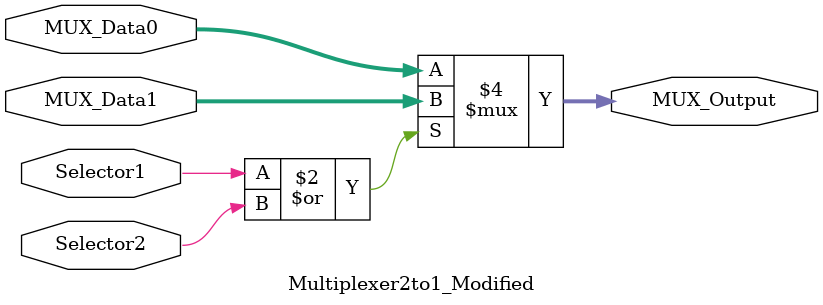
<source format=v>
/******************************************************************
* Modified Multiplexor with 2 selectors
******************************************************************/

module Multiplexer2to1_Modified
#(
	parameter NBits=32
)
(
	input Selector1,
	input Selector2,
	input [NBits-1:0] MUX_Data0,
	input [NBits-1:0] MUX_Data1,
	
	output reg [NBits-1:0] MUX_Output

);

	always@(Selector1, Selector2 ,MUX_Data1, MUX_Data0) begin
		if(Selector1 | Selector2)
			MUX_Output = MUX_Data1;
		else
			MUX_Output = MUX_Data0;
	end

endmodule
</source>
